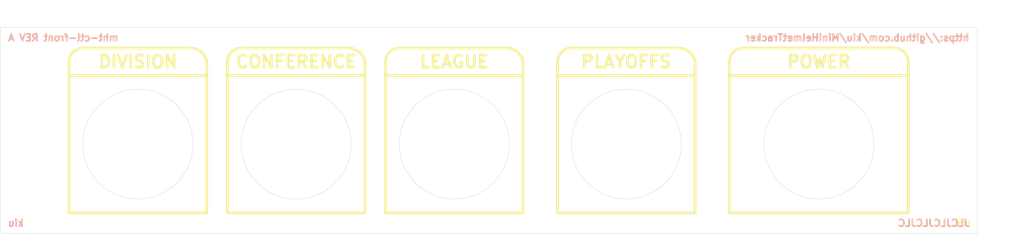
<source format=kicad_pcb>
(kicad_pcb (version 20211014) (generator pcbnew)
  (layers (0 "F.Cu" signal) (31 "B.Cu" signal) (34 "B.Paste" user) (35 "F.Paste" user) (36 "B.SilkS" user "B.Silkscreen") (37 "F.SilkS" user "F.Silkscreen") (38 "B.Mask" user) (39 "F.Mask" user) (44 "Edge.Cuts" user))
  (net 0 "")
  (footprint "Mounting_Holes:MountingHole_3.2mm_M3_DIN965" (layer "F.Cu") (at 171 40)
    (fp_text reference "REF**" hide)
    (fp_text value "M3")
    (pad "" np_thru_hole circle locked (at 0 0) (size 3.2 3.2) (drill 3.2) (layers *.Cu *.Mask))
  )
  (footprint "Mounting_Holes:MountingHole_3.2mm_M3_DIN965" (layer "F.Cu") (at 39 54)
    (fp_text reference "REF**" hide)
    (fp_text value "M3")
    (pad "" np_thru_hole circle locked (at 0 0) (size 3.2 3.2) (drill 3.2) (layers *.Cu *.Mask))
  )
  (footprint "Mounting_Holes:MountingHole_3.2mm_M3_DIN965" (layer "F.Cu") (at 39 40)
    (fp_text reference "REF**" hide)
    (fp_text value "M3")
    (pad "" np_thru_hole circle locked (at 0 0) (size 3.2 3.2) (drill 3.2) (layers *.Cu *.Mask))
  )
  (footprint "Mounting_Holes:MountingHole_3.2mm_M3_DIN965" (layer "F.Cu") (at 171 54)
    (fp_text reference "REF**" hide)
    (fp_text value "M3")
    (pad "" np_thru_hole circle locked (at 0 0) (size 3.2 3.2) (drill 3.2) (layers *.Cu *.Mask))
  )
  (gr_line (start 64 37) (end 64 35) (layer "F.SilkS") (width 0.4))
  (gr_line (start 135 37) (end 115 37) (layer "F.SilkS") (width 0.4))
  (gr_line (start 64 57) (end 44 57) (layer "F.SilkS") (width 0.4))
  (gr_line (start 110 57) (end 90 57) (layer "F.SilkS") (width 0.4))
  (gr_line (start 44 57) (end 44 37) (layer "F.SilkS") (width 0.4))
  (gr_arc (start 61.585786 33) (mid 63.153302 33.564947) (end 64 35) (layer "F.SilkS") (width 0.4))
  (gr_line (start 87 37) (end 67 37) (layer "F.SilkS") (width 0.4))
  (gr_line (start 64 57) (end 64 37) (layer "F.SilkS") (width 0.4))
  (gr_arc (start 44 35) (mid 44.585786 33.585786) (end 46 33) (layer "F.SilkS") (width 0.4))
  (gr_line (start 87 57) (end 87 37) (layer "F.SilkS") (width 0.4))
  (gr_line (start 115 37) (end 115 35) (layer "F.SilkS") (width 0.4))
  (gr_line (start 87 37) (end 87 35) (layer "F.SilkS") (width 0.4))
  (gr_line (start 166 37) (end 140 37) (layer "F.SilkS") (width 0.4))
  (gr_line (start 90 57) (end 90 37) (layer "F.SilkS") (width 0.4))
  (gr_line (start 110 37) (end 110 35) (layer "F.SilkS") (width 0.4))
  (gr_arc (start 164 33) (mid 165.414214 33.585786) (end 166 35) (layer "F.SilkS") (width 0.4))
  (gr_line (start 61.585786 33) (end 46 33) (layer "F.SilkS") (width 0.4))
  (gr_arc (start 115 35) (mid 115.585786 33.585786) (end 117 33) (layer "F.SilkS") (width 0.4))
  (gr_line (start 115 57) (end 115 37) (layer "F.SilkS") (width 0.4))
  (gr_line (start 135 57) (end 135 37) (layer "F.SilkS") (width 0.4))
  (gr_line (start 135 37) (end 135 35) (layer "F.SilkS") (width 0.4))
  (gr_line (start 84.585786 33) (end 69 33) (layer "F.SilkS") (width 0.4))
  (gr_arc (start 107.585786 33) (mid 109.153302 33.564947) (end 110 35) (layer "F.SilkS") (width 0.4))
  (gr_arc (start 132.585786 33) (mid 134.153302 33.564947) (end 135 35) (layer "F.SilkS") (width 0.4))
  (gr_line (start 67 37) (end 67 35) (layer "F.SilkS") (width 0.4))
  (gr_line (start 90 37) (end 90 35) (layer "F.SilkS") (width 0.4))
  (gr_arc (start 84.585786 33) (mid 86.153302 33.564947) (end 87 35) (layer "F.SilkS") (width 0.4))
  (gr_line (start 135 57) (end 115 57) (layer "F.SilkS") (width 0.4))
  (gr_line (start 166 37) (end 166 35) (layer "F.SilkS") (width 0.4))
  (gr_arc (start 67 35) (mid 67.585786 33.585786) (end 69 33) (layer "F.SilkS") (width 0.4))
  (gr_arc (start 90 35) (mid 90.585786 33.585786) (end 92 33) (layer "F.SilkS") (width 0.4))
  (gr_line (start 110 57) (end 110 37) (layer "F.SilkS") (width 0.4))
  (gr_line (start 107.585786 33) (end 92 33) (layer "F.SilkS") (width 0.4))
  (gr_line (start 67 57) (end 67 37) (layer "F.SilkS") (width 0.4))
  (gr_arc (start 140 35) (mid 140.585786 33.585786) (end 142 33) (layer "F.SilkS") (width 0.4))
  (gr_line (start 140 37) (end 140 35) (layer "F.SilkS") (width 0.4))
  (gr_line (start 140 57) (end 140 37) (layer "F.SilkS") (width 0.4))
  (gr_line (start 132.585786 33) (end 117 33) (layer "F.SilkS") (width 0.4))
  (gr_line (start 64 37) (end 44 37) (layer "F.SilkS") (width 0.4))
  (gr_line (start 166 57) (end 140 57) (layer "F.SilkS") (width 0.4))
  (gr_line (start 87 57) (end 67 57) (layer "F.SilkS") (width 0.4))
  (gr_line (start 164 33) (end 142 33) (layer "F.SilkS") (width 0.4))
  (gr_line (start 110 37) (end 90 37) (layer "F.SilkS") (width 0.4))
  (gr_line (start 166 57) (end 166 37) (layer "F.SilkS") (width 0.4))
  (gr_line (start 44 37) (end 44 35) (layer "F.SilkS") (width 0.4))
  (gr_line (start 34 60) (end 176 60) (layer "Edge.Cuts") (width 0.05))
  (gr_line (start 176 30) (end 34 30) (layer "Edge.Cuts") (width 0.05))
  (gr_circle (center 100 47) (end 100 39) (layer "Edge.Cuts") (width 0.05) (fill none))
  (gr_circle (center 153 47) (end 153 39) (layer "Edge.Cuts") (width 0.05) (fill none))
  (gr_circle (center 54 47) (end 54 39) (layer "Edge.Cuts") (width 0.05) (fill none))
  (gr_circle (center 125 47) (end 125 39) (layer "Edge.Cuts") (width 0.05) (fill none))
  (gr_line (start 176 30) (end 176 60) (layer "Edge.Cuts") (width 0.05))
  (gr_circle (center 77 47) (end 77 39) (layer "Edge.Cuts") (width 0.05) (fill none))
  (gr_line (start 34 60) (end 34 30) (layer "Edge.Cuts") (width 0.05))
  (gr_text "mht-ctl-front REV A" (at 35 31.5) (layer "B.SilkS") (effects (font (size 1 1) (thickness 0.25)) (justify right mirror)))
  (gr_text "JLCJLCJLCJLC" (at 175 58.5) (layer "B.SilkS") (effects (font (size 1 1) (thickness 0.25)) (justify left mirror)))
  (gr_text "https://github.com/kiu/MiniHelmetTracker" (at 175 31.5) (layer "B.SilkS") (effects (font (size 1 1) (thickness 0.25)) (justify left mirror)))
  (gr_text "kiu" (at 35 58.5) (layer "B.SilkS") (effects (font (size 1 1) (thickness 0.25)) (justify right mirror)))
  (gr_text "kiu" (at 174 58.5) (layer "F.SilkS") (effects (font (size 1 1) (thickness 0.25))))
  (gr_text "PLAYOFFS" (at 125 35) (layer "F.SilkS") (effects (font (size 1.8 1.8) (thickness 0.4))))
  (gr_text "CONFERENCE" (at 77 35) (layer "F.SilkS") (effects (font (size 1.8 1.8) (thickness 0.4))))
  (gr_text "POWER" (at 153 35) (layer "F.SilkS") (effects (font (size 1.8 1.8) (thickness 0.4))))
  (gr_text "LEAGUE" (at 100 35) (layer "F.SilkS") (effects (font (size 1.8 1.8) (thickness 0.4))))
  (gr_text "DIVISION" (at 54 35) (layer "F.SilkS") (effects (font (size 1.8 1.8) (thickness 0.4))))
)
</source>
